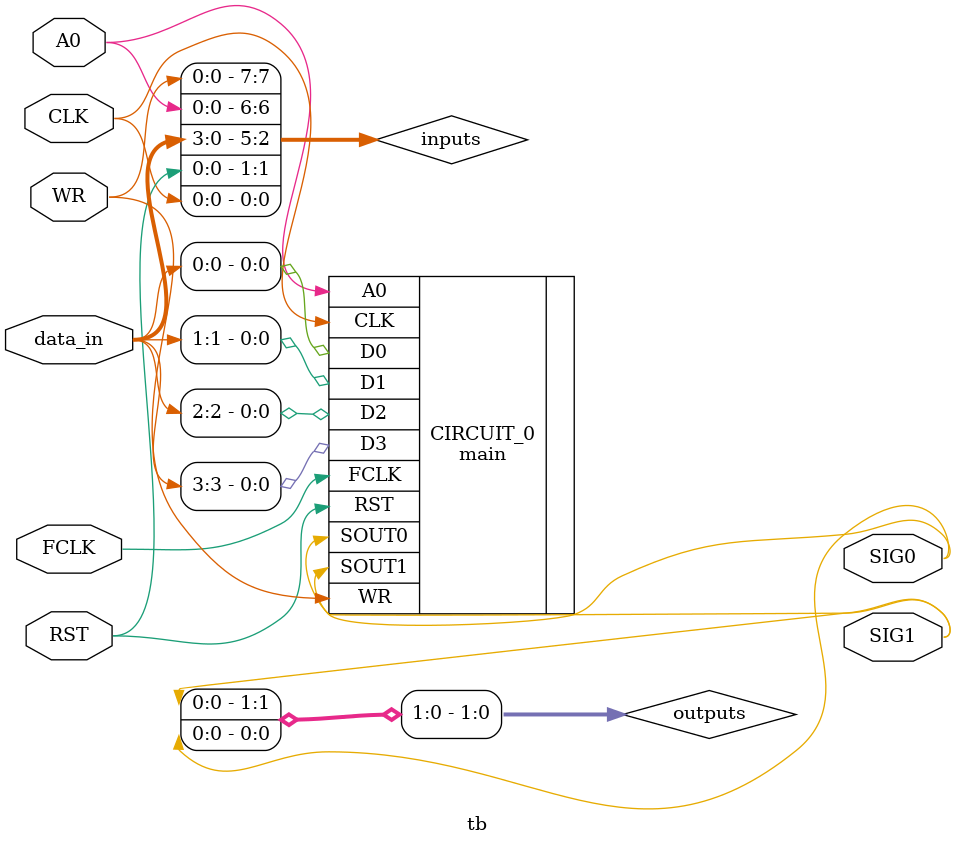
<source format=v>
`default_nettype none
`timescale 1ns/1ps

module tb (
	input CLK,
	input FCLK,
	input RST,
	input [3:0] data_in,
	input A0,
	input WR,
	output SIG0,
	output SIG1
	);

	initial begin
		$dumpfile ("tb.vcd");
		$dumpvars (0, tb);
		#1;
	end

	wire [7:0] inputs = {WR, A0, data_in, RST, CLK};
	wire [7:0] outputs;
	assign SIG0 = outputs[0];
	assign SIG1 = outputs[1];

	`ifdef GL_TEST
	tholin_avalonsemi_tbb1143 tholin_avalonsemi_tbb1143 (
		.vccd1( 1'b1),
		.vssd1( 1'b0),
		.io_in (inputs),
		.io_out (outputs)
	);
	`else
	main   CIRCUIT_0 (.A0(A0),
					.CLK(CLK),
					.D0(data_in[0]),
					.D1(data_in[1]),
					.D2(data_in[2]),
					.D3(data_in[3]),
					.FCLK(FCLK),
					.RST(RST),
					.SOUT0(SIG0),
					.SOUT1(SIG1),
					.WR(WR));
	`endif

endmodule

</source>
